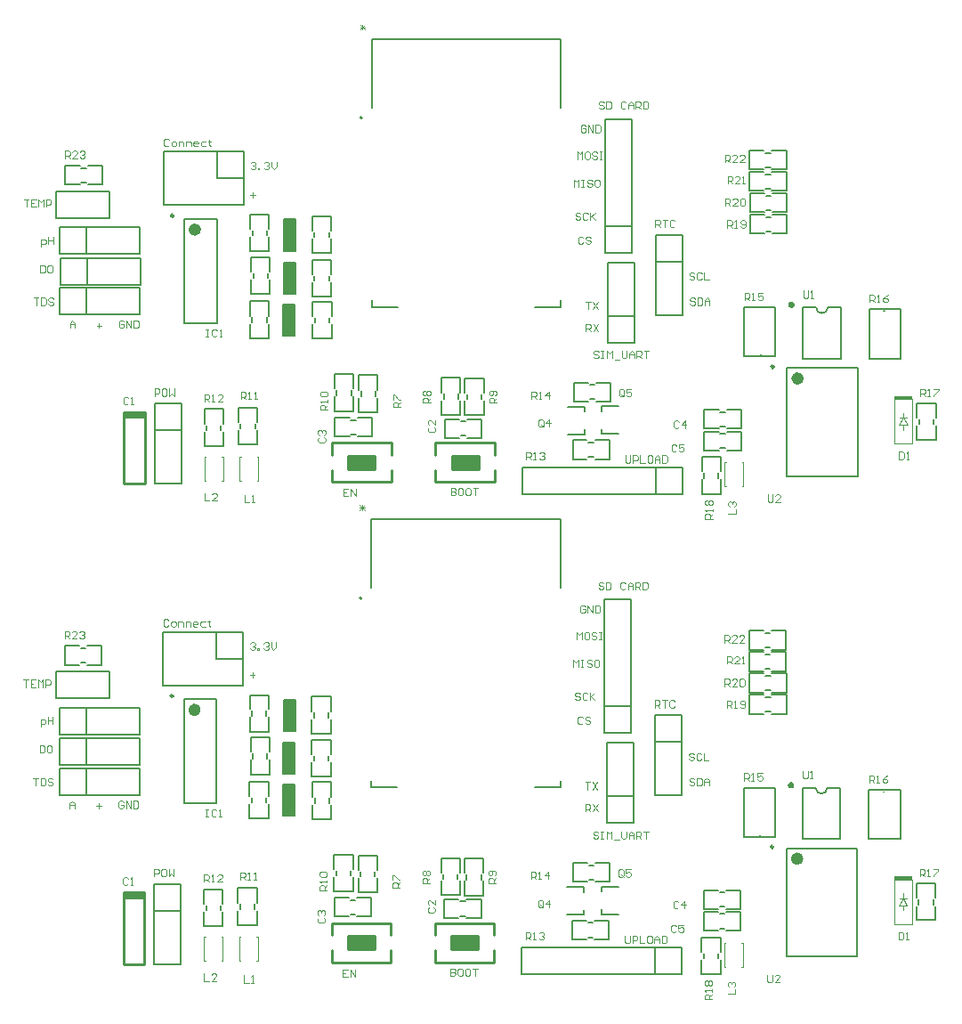
<source format=gto>
G04 Layer_Color=65535*
%FSTAX24Y24*%
%MOIN*%
G70*
G01*
G75*
%ADD40C,0.0079*%
%ADD41C,0.0098*%
%ADD42C,0.0236*%
%ADD43C,0.0070*%
%ADD44C,0.0050*%
%ADD45C,0.0040*%
%ADD46C,0.0100*%
%ADD47C,0.0039*%
%ADD48R,0.1000X0.0500*%
%ADD49R,0.0669X0.0118*%
G36*
X024208Y037924D02*
X023775D01*
Y039105D01*
X024208D01*
Y037924D01*
D02*
G37*
G36*
X024228Y03953D02*
X023795D01*
Y040711D01*
X024228D01*
Y03953D01*
D02*
G37*
G36*
X024193Y036357D02*
X02376D01*
Y037538D01*
X024193D01*
Y036357D01*
D02*
G37*
G36*
X042862Y037614D02*
X042895Y037581D01*
X042913Y037538D01*
Y037514D01*
Y037491D01*
X042895Y037447D01*
X042862Y037414D01*
X042819Y037396D01*
X042772D01*
X042728Y037414D01*
X042695Y037447D01*
X042677Y037491D01*
Y037514D01*
Y037538D01*
X042695Y037581D01*
X042728Y037614D01*
X042772Y037632D01*
X042819D01*
X042862Y037614D01*
D02*
G37*
G36*
X024224Y055904D02*
X023791D01*
Y057085D01*
X024224D01*
Y055904D01*
D02*
G37*
G36*
X024244Y05751D02*
X023811D01*
Y058691D01*
X024244D01*
Y05751D01*
D02*
G37*
G36*
X024208Y054337D02*
X023775D01*
Y055518D01*
X024208D01*
Y054337D01*
D02*
G37*
G36*
X042878Y055595D02*
X042911Y055561D01*
X042929Y055518D01*
Y055494D01*
Y055471D01*
X042911Y055427D01*
X042878Y055394D01*
X042834Y055376D01*
X042787D01*
X042744Y055394D01*
X042711Y055427D01*
X042693Y055471D01*
Y055494D01*
Y055518D01*
X042711Y055561D01*
X042744Y055595D01*
X042787Y055613D01*
X042834D01*
X042878Y055595D01*
D02*
G37*
D40*
X043736Y055396D02*
G03*
X044169Y055396I000217J0D01*
G01*
X026735Y062493D02*
G03*
X026735Y062493I-000039J0D01*
G01*
X04372Y037416D02*
G03*
X044153Y037416I000217J0D01*
G01*
X026719Y044512D02*
G03*
X026719Y044512I-000039J0D01*
G01*
X035831Y058439D02*
X03683D01*
X035831Y062439D02*
X03683D01*
Y057439D02*
Y062439D01*
X035831Y057439D02*
Y062439D01*
Y057439D02*
X03683D01*
X03772Y055118D02*
Y058118D01*
Y055118D02*
X03872D01*
Y058118D01*
X03772D02*
X03872D01*
X03772Y057118D02*
X03872D01*
X036925Y054081D02*
Y057081D01*
X035925D02*
X036925D01*
X035925Y054081D02*
Y057081D01*
Y054081D02*
X036925D01*
X035925Y055081D02*
X036925D01*
X018953Y048798D02*
Y051798D01*
Y048798D02*
X019953D01*
Y051798D01*
X018953D02*
X019953D01*
X018953Y050798D02*
X019953D01*
X035067Y050652D02*
Y050829D01*
Y051498D02*
Y051676D01*
X034427D02*
X035067D01*
X034427Y050652D02*
X035067D01*
X037724Y048404D02*
Y049404D01*
X032724D02*
X038724D01*
X032724Y048404D02*
X038724D01*
Y049404D01*
X032724Y048404D02*
Y049404D01*
X019291Y061231D02*
X022291D01*
X019291Y059231D02*
Y061231D01*
Y059231D02*
X022291D01*
Y061231D01*
X021291Y060231D02*
X022291D01*
X021291D02*
Y061231D01*
X015283Y059738D02*
X017283D01*
X015283Y058738D02*
Y059738D01*
Y058738D02*
X017283D01*
Y059738D01*
X015401Y055132D02*
X018401D01*
Y056132D01*
X015401D02*
X018401D01*
X015401Y055132D02*
Y056132D01*
X016401Y055132D02*
Y056132D01*
X015413Y057396D02*
X018413D01*
Y058396D01*
X015413D02*
X018413D01*
X015413Y057396D02*
Y058396D01*
X016413Y057396D02*
Y058396D01*
X04751Y051815D02*
X04822D01*
X04751Y05127D02*
Y051815D01*
X04822Y05127D02*
Y051815D01*
Y050437D02*
Y050965D01*
X04751Y050437D02*
X04822D01*
X04751D02*
Y050965D01*
X042626Y060564D02*
Y061274D01*
X042081D02*
X042626D01*
X042081Y060564D02*
X042626D01*
X041248D02*
X041776D01*
X041248D02*
Y061274D01*
X041776D01*
X042626Y059764D02*
Y060474D01*
X042081D02*
X042626D01*
X042081Y059764D02*
X042626D01*
X041248D02*
X041776D01*
X041248D02*
Y060474D01*
X041776D01*
X042643Y058961D02*
Y059671D01*
X042099D02*
X042643D01*
X042099Y058961D02*
X042643D01*
X041266D02*
X041794D01*
X041266D02*
Y059671D01*
X041794D01*
X042642Y058162D02*
Y058872D01*
X042097D02*
X042642D01*
X042097Y058162D02*
X042642D01*
X041264D02*
X041792D01*
X041264D02*
Y058872D01*
X041792D01*
X040395Y051562D02*
X040924D01*
X039544D02*
X04009D01*
X039544Y050862D02*
X04009D01*
X040395D02*
X040924D01*
X039544D02*
Y051562D01*
X040924Y050862D02*
Y051562D01*
X040395Y050751D02*
X040924D01*
X039544D02*
X04009D01*
X039544Y050051D02*
X04009D01*
X040395D02*
X040924D01*
X039544D02*
Y050751D01*
X040924Y050051D02*
Y050751D01*
X039461Y048418D02*
X040171D01*
Y048962D01*
X039461Y048418D02*
Y048962D01*
Y049268D02*
Y049796D01*
X040171D01*
Y049268D02*
Y049796D01*
X035708Y051514D02*
Y051691D01*
Y050668D02*
Y050845D01*
Y050668D02*
X036348D01*
X035708Y051691D02*
X036348D01*
X034657Y052583D02*
X035186D01*
X034657Y051873D02*
Y052583D01*
Y051873D02*
X035186D01*
X035491D02*
X036035D01*
X035491Y052583D02*
X036035D01*
Y051873D02*
Y052583D01*
X034622Y050426D02*
X03515D01*
X034622Y049716D02*
Y050426D01*
Y049716D02*
X03515D01*
X035455D02*
X036D01*
X035455Y050426D02*
X036D01*
Y049716D02*
Y050426D01*
X031289Y052214D02*
Y052742D01*
X030579D02*
X031289D01*
X030579Y052214D02*
Y052742D01*
Y051364D02*
Y051909D01*
X031289Y051364D02*
Y051909D01*
X030579Y051364D02*
X031289D01*
X029829Y050514D02*
Y051214D01*
X031209Y050514D02*
Y051214D01*
X029829D02*
X030359D01*
X030664D02*
X031209D01*
X030664Y050514D02*
X031209D01*
X029829D02*
X030359D01*
X029702Y05138D02*
Y051908D01*
Y05138D02*
X030412D01*
Y051908D01*
Y052214D02*
Y052758D01*
X029702Y052214D02*
Y052758D01*
X030412D01*
X026608Y051483D02*
Y052011D01*
Y051483D02*
X027318D01*
Y052011D01*
Y052316D02*
Y052861D01*
X026608Y052316D02*
Y052861D01*
X027318D01*
X026407Y052364D02*
Y052892D01*
X025697D02*
X026407D01*
X025697Y052364D02*
Y052892D01*
Y051514D02*
Y052059D01*
X026407Y051514D02*
Y052059D01*
X025697Y051514D02*
X026407D01*
X027091Y05057D02*
Y05127D01*
X025711Y05057D02*
Y05127D01*
X026562Y05057D02*
X027091D01*
X025711D02*
X026257D01*
X025711Y05127D02*
X026257D01*
X026562D02*
X027091D01*
X024864Y057427D02*
Y057956D01*
Y057427D02*
X025574D01*
Y057956D01*
Y058261D02*
Y058805D01*
X024864Y058261D02*
Y058805D01*
X025574D01*
X024864Y055809D02*
Y056338D01*
Y055809D02*
X025574D01*
Y056338D01*
Y056643D02*
Y057187D01*
X024864Y056643D02*
Y057187D01*
X025574D01*
X024884Y054231D02*
Y054759D01*
Y054231D02*
X025594D01*
Y054759D01*
Y055064D02*
Y055609D01*
X024884Y055064D02*
Y055609D01*
X025594D01*
X023281Y056746D02*
Y057274D01*
X022571D02*
X023281D01*
X022571Y056746D02*
Y057274D01*
Y055896D02*
Y056441D01*
X023281Y055896D02*
Y056441D01*
X022571Y055896D02*
X023281D01*
X022529Y054246D02*
Y054775D01*
Y054246D02*
X023239D01*
Y054775D01*
Y05508D02*
Y055624D01*
X022529Y05508D02*
Y055624D01*
X023239D01*
X02325Y05834D02*
Y058868D01*
X02254D02*
X02325D01*
X02254Y05834D02*
Y058868D01*
Y05749D02*
Y058035D01*
X02325Y05749D02*
Y058035D01*
X02254Y05749D02*
X02325D01*
X022096Y050266D02*
Y050794D01*
Y050266D02*
X022806D01*
Y050794D01*
Y051099D02*
Y051644D01*
X022096Y051099D02*
Y051644D01*
X022806D01*
X020825Y050211D02*
Y050739D01*
Y050211D02*
X021535D01*
Y050739D01*
Y051044D02*
Y051589D01*
X020825Y051044D02*
Y051589D01*
X021535D01*
X01561Y059994D02*
Y060704D01*
Y059994D02*
X016155D01*
X01561Y060704D02*
X016155D01*
X01646D02*
X016988D01*
Y059994D02*
Y060704D01*
X01646Y059994D02*
X016988D01*
X015421Y056254D02*
X018421D01*
Y057254D01*
X015421D02*
X018421D01*
X015421Y056254D02*
Y057254D01*
X016421Y056254D02*
Y057254D01*
X044169Y055396D02*
X044661D01*
X043244D02*
X043736D01*
X044661Y053471D02*
Y055396D01*
X043244Y053471D02*
X044661D01*
X043244D02*
Y055396D01*
X023791Y057085D02*
X024224D01*
X023791Y055904D02*
Y057085D01*
Y055904D02*
X024224D01*
Y057085D01*
X023811Y058691D02*
X024244D01*
X023811Y05751D02*
Y058691D01*
Y05751D02*
X024244D01*
Y058691D01*
X023775Y055518D02*
X024208D01*
X023775Y054337D02*
Y055518D01*
Y054337D02*
X024208D01*
Y055518D01*
X042649Y049077D02*
Y053132D01*
X045287Y049077D02*
Y053132D01*
X042649D02*
X045287D01*
X042649Y049077D02*
X045287D01*
X020075Y054805D02*
Y058703D01*
X021295Y054805D02*
Y058703D01*
X020075D02*
X021295D01*
X020075Y054805D02*
X021295D01*
X018937Y032817D02*
X019937D01*
X018937Y033817D02*
X019937D01*
Y030817D02*
Y033817D01*
X018937Y030817D02*
X019937D01*
X018937D02*
Y033817D01*
X024228Y03953D02*
Y040711D01*
X023795Y03953D02*
X024228D01*
X023795D02*
Y040711D01*
X024228D01*
X024208Y037924D02*
Y039105D01*
X023775Y037924D02*
X024208D01*
X023775D02*
Y039105D01*
X024208D01*
X024193Y036357D02*
Y037538D01*
X02376Y036357D02*
X024193D01*
X02376D02*
Y037538D01*
X024193D01*
X034411Y032672D02*
X035051D01*
X034411Y033695D02*
X035051D01*
Y033518D02*
Y033695D01*
Y032672D02*
Y032849D01*
X035693Y033711D02*
X036332D01*
X035693Y032687D02*
X036332D01*
X035693D02*
Y032864D01*
Y033534D02*
Y033711D01*
X024848Y040825D02*
X025558D01*
X024848Y040281D02*
Y040825D01*
X025558Y040281D02*
Y040825D01*
Y039447D02*
Y039975D01*
X024848Y039447D02*
X025558D01*
X024848D02*
Y039975D01*
X025682Y033534D02*
X026392D01*
Y034078D01*
X025682Y033534D02*
Y034078D01*
Y034383D02*
Y034912D01*
X026392D01*
Y034383D02*
Y034912D01*
X02208Y033664D02*
X02279D01*
X02208Y033119D02*
Y033664D01*
X02279Y033119D02*
Y033664D01*
Y032286D02*
Y032814D01*
X02208Y032286D02*
X02279D01*
X02208D02*
Y032814D01*
X020809Y033609D02*
X021519D01*
X020809Y033064D02*
Y033609D01*
X021519Y033064D02*
Y033609D01*
Y032231D02*
Y032759D01*
X020809Y032231D02*
X021519D01*
X020809D02*
Y032759D01*
X035984Y031735D02*
Y032445D01*
X035439D02*
X035984D01*
X035439Y031735D02*
X035984D01*
X034606D02*
X035134D01*
X034606D02*
Y032445D01*
X035134D01*
X036019Y033893D02*
Y034603D01*
X035475D02*
X036019D01*
X035475Y033893D02*
X036019D01*
X034642D02*
X03517D01*
X034642D02*
Y034603D01*
X03517D01*
X047494Y032457D02*
Y032985D01*
Y032457D02*
X048204D01*
Y032985D01*
Y03329D02*
Y033835D01*
X047494Y03329D02*
Y033835D01*
X048204D01*
X040155Y031287D02*
Y031816D01*
X039445D02*
X040155D01*
X039445Y031287D02*
Y031816D01*
Y030438D02*
Y030982D01*
X040155Y030438D02*
Y030982D01*
X039445Y030438D02*
X040155D01*
X041248Y040892D02*
X041776D01*
X041248Y040182D02*
Y040892D01*
Y040182D02*
X041776D01*
X042081D02*
X042626D01*
X042081Y040892D02*
X042626D01*
Y040182D02*
Y040892D01*
X022524Y03951D02*
X023234D01*
Y040055D01*
X022524Y03951D02*
Y040055D01*
Y04036D02*
Y040888D01*
X023234D01*
Y04036D02*
Y040888D01*
X04125Y041691D02*
X041778D01*
X04125Y040981D02*
Y041691D01*
Y040981D02*
X041778D01*
X042083D02*
X042628D01*
X042083Y041691D02*
X042628D01*
Y040981D02*
Y041691D01*
X041232Y042494D02*
X041761D01*
X041232Y041784D02*
Y042494D01*
Y041784D02*
X041761D01*
X042066D02*
X04261D01*
X042066Y042494D02*
X04261D01*
Y041784D02*
Y042494D01*
X041232Y043293D02*
X041761D01*
X041232Y042583D02*
Y043293D01*
Y042583D02*
X041761D01*
X042066D02*
X04261D01*
X042066Y043293D02*
X04261D01*
Y042583D02*
Y043293D01*
X016444Y042014D02*
X016972D01*
Y042724D01*
X016444D02*
X016972D01*
X015594D02*
X016139D01*
X015594Y042014D02*
X016139D01*
X015594D02*
Y042724D01*
X024848Y039207D02*
X025558D01*
X024848Y038662D02*
Y039207D01*
X025558Y038662D02*
Y039207D01*
Y037829D02*
Y038357D01*
X024848Y037829D02*
X025558D01*
X024848D02*
Y038357D01*
X022556Y037916D02*
X023266D01*
Y03846D01*
X022556Y037916D02*
Y03846D01*
Y038765D02*
Y039294D01*
X023266D01*
Y038765D02*
Y039294D01*
X024868Y037628D02*
X025578D01*
X024868Y037084D02*
Y037628D01*
X025578Y037084D02*
Y037628D01*
Y03625D02*
Y036779D01*
X024868Y03625D02*
X025578D01*
X024868D02*
Y036779D01*
X022513Y037644D02*
X023223D01*
X022513Y037099D02*
Y037644D01*
X023223Y037099D02*
Y037644D01*
Y036266D02*
Y036794D01*
X022513Y036266D02*
X023223D01*
X022513D02*
Y036794D01*
X026592Y03488D02*
X027302D01*
X026592Y034336D02*
Y03488D01*
X027302Y034336D02*
Y03488D01*
Y033502D02*
Y034031D01*
X026592Y033502D02*
X027302D01*
X026592D02*
Y034031D01*
X029687Y034778D02*
X030397D01*
X029687Y034233D02*
Y034778D01*
X030397Y034233D02*
Y034778D01*
Y0334D02*
Y033928D01*
X029687Y0334D02*
X030397D01*
X029687D02*
Y033928D01*
X030563Y033384D02*
X031273D01*
Y033929D01*
X030563Y033384D02*
Y033929D01*
Y034234D02*
Y034762D01*
X031273D01*
Y034234D02*
Y034762D01*
X037705Y039138D02*
X038705D01*
X037705Y040138D02*
X038705D01*
Y037138D02*
Y040138D01*
X037705Y037138D02*
X038705D01*
X037705D02*
Y040138D01*
X035815Y039459D02*
X036815D01*
X035815D02*
Y044459D01*
X036815Y039459D02*
Y044459D01*
X035815D02*
X036815D01*
X035815Y040459D02*
X036815D01*
X035909Y037101D02*
X036909D01*
X035909Y036101D02*
X036909D01*
X035909D02*
Y039101D01*
X036909D01*
Y036101D02*
Y039101D01*
X016386Y037152D02*
Y038152D01*
X015386Y037152D02*
Y038152D01*
X018386D01*
Y037152D02*
Y038152D01*
X015386Y037152D02*
X018386D01*
X017268Y040758D02*
Y041758D01*
X015267Y040758D02*
X017268D01*
X015267D02*
Y041758D01*
X017268D01*
X043228Y03549D02*
Y037416D01*
Y03549D02*
X044645D01*
Y037416D01*
X043228D02*
X04372D01*
X044153D02*
X044645D01*
X042634Y031097D02*
X045271D01*
X042634Y035152D02*
X045271D01*
Y031097D02*
Y035152D01*
X042634Y031097D02*
Y035152D01*
X032708Y030424D02*
Y031424D01*
X038708Y030424D02*
Y031424D01*
X032708Y030424D02*
X038708D01*
X032708Y031424D02*
X038708D01*
X037708Y030424D02*
Y031424D01*
X029814Y032534D02*
X030343D01*
X030648D02*
X031194D01*
X030648Y033234D02*
X031194D01*
X029814D02*
X030343D01*
X031194Y032534D02*
Y033234D01*
X029814Y032534D02*
Y033234D01*
X026546Y033289D02*
X027076D01*
X025696D02*
X026241D01*
X025696Y032589D02*
X026241D01*
X026546D02*
X027076D01*
X025696D02*
Y033289D01*
X027076Y032589D02*
Y033289D01*
X040909Y032882D02*
Y033582D01*
X039529Y032882D02*
Y033582D01*
X040379Y032882D02*
X040909D01*
X039529D02*
X040074D01*
X039529Y033582D02*
X040074D01*
X040379D02*
X040909D01*
Y032071D02*
Y032771D01*
X039529Y032071D02*
Y032771D01*
X040379Y032071D02*
X040909D01*
X039529D02*
X040074D01*
X039529Y032771D02*
X040074D01*
X040379D02*
X040909D01*
X021275Y04225D02*
Y04325D01*
Y04225D02*
X022275D01*
Y04125D02*
Y04325D01*
X019275Y04125D02*
X022275D01*
X019275D02*
Y04325D01*
X022275D01*
X016405Y038274D02*
Y039274D01*
X015405Y038274D02*
Y039274D01*
X018405D01*
Y038274D02*
Y039274D01*
X015405Y038274D02*
X018405D01*
X020059Y036825D02*
X021279D01*
X020059Y040723D02*
X021279D01*
Y036825D02*
Y040723D01*
X020059Y036825D02*
Y040723D01*
X016397Y039416D02*
Y040416D01*
X015397Y039416D02*
Y040416D01*
X018397D01*
Y039416D02*
Y040416D01*
X015397Y039416D02*
X018397D01*
D41*
X042157Y053179D02*
G03*
X042157Y053179I-000049J0D01*
G01*
X019671Y058829D02*
G03*
X019671Y058829I-000049J0D01*
G01*
X042142Y035199D02*
G03*
X042142Y035199I-000049J0D01*
G01*
X019655Y040849D02*
G03*
X019655Y040849I-000049J0D01*
G01*
D42*
X043161Y052738D02*
G03*
X043161Y052738I-000118J0D01*
G01*
X020586Y058309D02*
G03*
X020586Y058309I-000118J0D01*
G01*
X043145Y034758D02*
G03*
X043145Y034758I-000118J0D01*
G01*
X020571Y040329D02*
G03*
X020571Y040329I-000118J0D01*
G01*
D43*
X048136Y051034D02*
Y051214D01*
X047596Y051034D02*
Y051214D01*
X041845Y060648D02*
X042025D01*
X041845Y061188D02*
X042025D01*
X041845Y059848D02*
X042025D01*
X041845Y060388D02*
X042025D01*
X041863Y059045D02*
X042043D01*
X041863Y059585D02*
X042043D01*
X041861Y058246D02*
X042041D01*
X041861Y058786D02*
X042041D01*
X040146Y051481D02*
X040326D01*
X040146Y050941D02*
X040326D01*
X040146Y05067D02*
X040326D01*
X040146Y05013D02*
X040326D01*
X039545Y049018D02*
Y049198D01*
X040085Y049018D02*
Y049198D01*
X035255Y052497D02*
X035435D01*
X035255Y051957D02*
X035435D01*
X035219Y05034D02*
X035399D01*
X035219Y0498D02*
X035399D01*
X031203Y051965D02*
Y052145D01*
X030663Y051965D02*
Y052145D01*
X030428Y051136D02*
X030608D01*
X030428Y050596D02*
X030608D01*
X029789Y051978D02*
Y052158D01*
X030329Y051978D02*
Y052158D01*
X026694Y05208D02*
Y05226D01*
X027234Y05208D02*
Y05226D01*
X026321Y052115D02*
Y052295D01*
X025781Y052115D02*
Y052295D01*
X026313Y050648D02*
X026493D01*
X026313Y051188D02*
X026493D01*
X02495Y058025D02*
Y058205D01*
X02549Y058025D02*
Y058205D01*
X02495Y056407D02*
Y056587D01*
X02549Y056407D02*
Y056587D01*
X02497Y054828D02*
Y055008D01*
X02551Y054828D02*
Y055008D01*
X023195Y056497D02*
Y056677D01*
X022655Y056497D02*
Y056677D01*
X022615Y054844D02*
Y055024D01*
X023155Y054844D02*
Y055024D01*
X023164Y058091D02*
Y058271D01*
X022624Y058091D02*
Y058271D01*
X022182Y050863D02*
Y051043D01*
X022722Y050863D02*
Y051043D01*
X020911Y050808D02*
Y050988D01*
X021451Y050808D02*
Y050988D01*
X016211Y06062D02*
X016391D01*
X016211Y06008D02*
X016391D01*
X025474Y040044D02*
Y040224D01*
X024934Y040044D02*
Y040224D01*
X025766Y034134D02*
Y034314D01*
X026306Y034134D02*
Y034314D01*
X022706Y032883D02*
Y033063D01*
X022166Y032883D02*
Y033063D01*
X021435Y032828D02*
Y033008D01*
X020895Y032828D02*
Y033008D01*
X035203Y031819D02*
X035383D01*
X035203Y032359D02*
X035383D01*
X035239Y033977D02*
X035419D01*
X035239Y034517D02*
X035419D01*
X04758Y033054D02*
Y033234D01*
X04812Y033054D02*
Y033234D01*
X040069Y031038D02*
Y031218D01*
X039529Y031038D02*
Y031218D01*
X041845Y040806D02*
X042025D01*
X041845Y040266D02*
X042025D01*
X022608Y040111D02*
Y040291D01*
X023148Y040111D02*
Y040291D01*
X041847Y041605D02*
X042027D01*
X041847Y041065D02*
X042027D01*
X04183Y042408D02*
X04201D01*
X04183Y041868D02*
X04201D01*
X04183Y043207D02*
X04201D01*
X04183Y042667D02*
X04201D01*
X016195Y0421D02*
X016375D01*
X016195Y04264D02*
X016375D01*
X025474Y038426D02*
Y038606D01*
X024934Y038426D02*
Y038606D01*
X02264Y038516D02*
Y038696D01*
X02318Y038516D02*
Y038696D01*
X025494Y036848D02*
Y037028D01*
X024954Y036848D02*
Y037028D01*
X02314Y036863D02*
Y037043D01*
X0226Y036863D02*
Y037043D01*
X027218Y0341D02*
Y03428D01*
X026678Y0341D02*
Y03428D01*
X030313Y033997D02*
Y034177D01*
X029773Y033997D02*
Y034177D01*
X030647Y033985D02*
Y034165D01*
X031187Y033985D02*
Y034165D01*
X030412Y032615D02*
X030592D01*
X030412Y033156D02*
X030592D01*
X026297Y033208D02*
X026477D01*
X026297Y032668D02*
X026477D01*
X04013Y032961D02*
X04031D01*
X04013Y033501D02*
X04031D01*
X04013Y03215D02*
X04031D01*
X04013Y03269D02*
X04031D01*
D44*
X045728Y053485D02*
Y055325D01*
Y053485D02*
X046908D01*
Y055325D01*
X046035D02*
X046908D01*
X04583D02*
X045933D01*
X046283Y055255D02*
X046288D01*
X045728Y055325D02*
X04583D01*
X045933D02*
X046035D01*
X042218Y053557D02*
Y055397D01*
X041038D02*
X042218D01*
X041038Y053557D02*
Y055397D01*
Y053557D02*
X04191D01*
X042012D02*
X042116D01*
X041658Y053627D02*
X041663D01*
X042116Y053557D02*
X042218D01*
X04191D02*
X042012D01*
X02709Y055406D02*
Y055662D01*
Y055406D02*
X028054D01*
X033212D02*
X034176D01*
Y055662D01*
X02709Y062886D02*
Y065445D01*
X034176D01*
Y062886D02*
Y065445D01*
X041894Y035577D02*
X041996D01*
X0421D02*
X042202D01*
X041642Y035647D02*
X041647D01*
X041996Y035577D02*
X0421D01*
X041022D02*
X041894D01*
X041022D02*
Y037417D01*
X042202D01*
Y035577D02*
Y037417D01*
X045918Y037345D02*
X046019D01*
X045712D02*
X045814D01*
X046267Y037275D02*
X046272D01*
X045814Y037345D02*
X045918D01*
X046019D02*
X046892D01*
Y035505D02*
Y037345D01*
X045712Y035505D02*
X046892D01*
X045712D02*
Y037345D01*
X03416Y044906D02*
Y047465D01*
X027074D02*
X03416D01*
X027074Y044906D02*
Y047465D01*
X03416Y037426D02*
Y037682D01*
X033196Y037426D02*
X03416D01*
X027074D02*
X028038D01*
X027074D02*
Y037682D01*
D45*
X040303Y049589D02*
X040353D01*
X040303Y048689D02*
Y049589D01*
Y048689D02*
X040353D01*
X040953Y049589D02*
X041003D01*
Y048689D02*
Y049589D01*
X040953Y048689D02*
X041003D01*
X02215Y049804D02*
X0222D01*
X02215Y048904D02*
Y049804D01*
Y048904D02*
X0222D01*
X0228Y049804D02*
X02285D01*
Y048904D02*
Y049804D01*
X0228Y048904D02*
X02285D01*
X020823Y049808D02*
X020873D01*
X020823Y048908D02*
Y049808D01*
Y048908D02*
X020873D01*
X021473Y049808D02*
X021523D01*
Y048908D02*
Y049808D01*
X021473Y048908D02*
X021523D01*
X022784Y030924D02*
X022834D01*
Y031824D01*
X022784D02*
X022834D01*
X022134Y030924D02*
X022184D01*
X022134D02*
Y031824D01*
X022184D01*
X021457Y030927D02*
X021507D01*
Y031827D01*
X021457D02*
X021507D01*
X020807Y030927D02*
X020857D01*
X020807D02*
Y031827D01*
X020857D01*
X040938Y030709D02*
X040988D01*
Y031609D01*
X040938D02*
X040988D01*
X040288Y030709D02*
X040338D01*
X040288D02*
Y031609D01*
X040338D01*
D46*
X031696Y048867D02*
Y049317D01*
Y049877D02*
Y050327D01*
X030086Y049347D02*
Y049847D01*
Y049347D02*
X031086D01*
Y049847D01*
X030086D02*
X031086D01*
X029476Y050327D02*
X031696D01*
X029476Y048867D02*
X031696D01*
X029476D02*
Y049317D01*
Y049877D02*
Y050327D01*
X025606Y049877D02*
Y050327D01*
Y048867D02*
Y049317D01*
X027216Y049347D02*
Y049847D01*
X026216D02*
X027216D01*
X026216Y049347D02*
Y049847D01*
Y049347D02*
X027216D01*
X025606Y048867D02*
X027826D01*
X025606Y050327D02*
X027826D01*
Y049877D02*
Y050327D01*
Y048867D02*
Y049317D01*
X017811Y05147D02*
X018598D01*
X017811Y05138D02*
X018598D01*
X017811Y0513D02*
X018598D01*
X017811Y0488D02*
Y05145D01*
Y0488D02*
X018598D01*
Y05145D01*
X029461Y031896D02*
Y032346D01*
Y030886D02*
Y031336D01*
Y030886D02*
X031681D01*
X029461Y032346D02*
X031681D01*
X030071Y031866D02*
X031071D01*
Y031366D02*
Y031866D01*
X030071Y031366D02*
X031071D01*
X030071D02*
Y031866D01*
X031681Y031896D02*
Y032346D01*
Y030886D02*
Y031336D01*
X018582Y030819D02*
Y033469D01*
X017795Y030819D02*
X018582D01*
X017795D02*
Y033469D01*
Y033319D02*
X018582D01*
X017795Y033399D02*
X018582D01*
X017795Y033489D02*
X018582D01*
X027811Y030886D02*
Y031336D01*
Y031896D02*
Y032346D01*
X025591D02*
X027811D01*
X025591Y030886D02*
X027811D01*
X026201Y031366D02*
X027201D01*
X026201D02*
Y031866D01*
X027201D01*
Y031366D02*
Y031866D01*
X025591Y030886D02*
Y031336D01*
Y031896D02*
Y032346D01*
D47*
X046673Y050292D02*
Y051965D01*
X047342D01*
Y050292D02*
Y051965D01*
X046673Y050292D02*
X047342D01*
X047008Y051266D02*
X047165Y05099D01*
X04685D02*
X047008Y051266D01*
X04685Y05099D02*
X047165D01*
X047008Y050813D02*
Y05099D01*
X04687Y051266D02*
X047145D01*
X047008D02*
Y051443D01*
X046992Y033286D02*
Y033463D01*
X046854Y033286D02*
X04713D01*
X046992Y032833D02*
Y03301D01*
X046834D02*
X047149D01*
X046834D02*
X046992Y033286D01*
X047149Y03301D01*
X046657Y032311D02*
X047327D01*
Y033985D01*
X046657D02*
X047327D01*
X046657Y032311D02*
Y033985D01*
X035786Y063055D02*
X03574Y063101D01*
X035648D01*
X035602Y063055D01*
Y063009D01*
X035648Y062963D01*
X03574D01*
X035786Y062917D01*
Y062871D01*
X03574Y062825D01*
X035648D01*
X035602Y062871D01*
X035878Y063101D02*
Y062825D01*
X036015D01*
X036061Y062871D01*
Y063055D01*
X036015Y063101D01*
X035878D01*
X036612Y063055D02*
X036566Y063101D01*
X036475D01*
X036429Y063055D01*
Y062871D01*
X036475Y062825D01*
X036566D01*
X036612Y062871D01*
X036704Y062825D02*
Y063009D01*
X036796Y063101D01*
X036888Y063009D01*
Y062825D01*
Y062963D01*
X036704D01*
X03698Y062825D02*
Y063101D01*
X037117D01*
X037163Y063055D01*
Y062963D01*
X037117Y062917D01*
X03698D01*
X037071D02*
X037163Y062825D01*
X037255Y063101D02*
Y062825D01*
X037393D01*
X037439Y062871D01*
Y063055D01*
X037393Y063101D01*
X037255D01*
X037716Y0584D02*
Y058676D01*
X037854D01*
X037899Y05863D01*
Y058538D01*
X037854Y058492D01*
X037716D01*
X037808D02*
X037899Y0584D01*
X037991Y058676D02*
X038175D01*
X038083D01*
Y0584D01*
X03845Y05863D02*
X038405Y058676D01*
X038313D01*
X038267Y05863D01*
Y058446D01*
X038313Y0584D01*
X038405D01*
X03845Y058446D01*
X035589Y053722D02*
X035543Y053768D01*
X035451D01*
X035406Y053722D01*
Y053676D01*
X035451Y05363D01*
X035543D01*
X035589Y053584D01*
Y053538D01*
X035543Y053492D01*
X035451D01*
X035406Y053538D01*
X035681Y053768D02*
X035773D01*
X035727D01*
Y053492D01*
X035681D01*
X035773D01*
X035911D02*
Y053768D01*
X036002Y053676D01*
X036094Y053768D01*
Y053492D01*
X036186Y053446D02*
X03637D01*
X036462Y053768D02*
Y053538D01*
X036508Y053492D01*
X036599D01*
X036645Y053538D01*
Y053768D01*
X036737Y053492D02*
Y053676D01*
X036829Y053768D01*
X036921Y053676D01*
Y053492D01*
Y05363D01*
X036737D01*
X037013Y053492D02*
Y053768D01*
X03715D01*
X037196Y053722D01*
Y05363D01*
X03715Y053584D01*
X037013D01*
X037104D02*
X037196Y053492D01*
X037288Y053768D02*
X037472D01*
X03738D01*
Y053492D01*
X018956Y05208D02*
Y052356D01*
X019094D01*
X019139Y05231D01*
Y052218D01*
X019094Y052172D01*
X018956D01*
X019369Y052356D02*
X019277D01*
X019231Y05231D01*
Y052126D01*
X019277Y05208D01*
X019369D01*
X019415Y052126D01*
Y05231D01*
X019369Y052356D01*
X019507D02*
Y05208D01*
X019599Y052172D01*
X01969Y05208D01*
Y052356D01*
X033522Y050969D02*
Y051153D01*
X033476Y051199D01*
X033384D01*
X033338Y051153D01*
Y050969D01*
X033384Y050924D01*
X033476D01*
X03343Y051015D02*
X033522Y050924D01*
X033476D02*
X033522Y050969D01*
X033752Y050924D02*
Y051199D01*
X033614Y051061D01*
X033798D01*
X036598Y049858D02*
Y049629D01*
X036644Y049583D01*
X036736D01*
X036782Y049629D01*
Y049858D01*
X036874Y049583D02*
Y049858D01*
X037012D01*
X037058Y049812D01*
Y04972D01*
X037012Y049675D01*
X036874D01*
X037149Y049858D02*
Y049583D01*
X037333D01*
X037563Y049858D02*
X037471D01*
X037425Y049812D01*
Y049629D01*
X037471Y049583D01*
X037563D01*
X037609Y049629D01*
Y049812D01*
X037563Y049858D01*
X0377Y049583D02*
Y049766D01*
X037792Y049858D01*
X037884Y049766D01*
Y049583D01*
Y04972D01*
X0377D01*
X037976Y049858D02*
Y049583D01*
X038114D01*
X03816Y049629D01*
Y049812D01*
X038114Y049858D01*
X037976D01*
X019498Y061661D02*
X019453Y061707D01*
X019361D01*
X019315Y061661D01*
Y061477D01*
X019361Y061431D01*
X019453D01*
X019498Y061477D01*
X019636Y061431D02*
X019728D01*
X019774Y061477D01*
Y061569D01*
X019728Y061615D01*
X019636D01*
X01959Y061569D01*
Y061477D01*
X019636Y061431D01*
X019866D02*
Y061615D01*
X020003D01*
X020049Y061569D01*
Y061431D01*
X020141D02*
Y061615D01*
X020279D01*
X020325Y061569D01*
Y061431D01*
X020555D02*
X020463D01*
X020417Y061477D01*
Y061569D01*
X020463Y061615D01*
X020555D01*
X0206Y061569D01*
Y061523D01*
X020417D01*
X020876Y061615D02*
X020738D01*
X020692Y061569D01*
Y061477D01*
X020738Y061431D01*
X020876D01*
X021014Y061661D02*
Y061615D01*
X020968D01*
X02106D01*
X021014D01*
Y061477D01*
X02106Y061431D01*
X014063Y059437D02*
X014247D01*
X014155D01*
Y059161D01*
X014522Y059437D02*
X014338D01*
Y059161D01*
X014522D01*
X014338Y059299D02*
X01443D01*
X014614Y059161D02*
Y059437D01*
X014706Y059345D01*
X014798Y059437D01*
Y059161D01*
X01489D02*
Y059437D01*
X015027D01*
X015073Y059391D01*
Y059299D01*
X015027Y059253D01*
X01489D01*
X014433Y055758D02*
X014617D01*
X014525D01*
Y055483D01*
X014708Y055758D02*
Y055483D01*
X014846D01*
X014892Y055529D01*
Y055712D01*
X014846Y055758D01*
X014708D01*
X015168Y055712D02*
X015122Y055758D01*
X01503D01*
X014984Y055712D01*
Y055666D01*
X01503Y05562D01*
X015122D01*
X015168Y055574D01*
Y055529D01*
X015122Y055483D01*
X01503D01*
X014984Y055529D01*
X014705Y057678D02*
Y057954D01*
X014842D01*
X014888Y057908D01*
Y057816D01*
X014842Y05777D01*
X014705D01*
X01498Y058045D02*
Y05777D01*
Y057908D01*
X015164D01*
Y058045D01*
Y05777D01*
X047638Y052071D02*
Y052346D01*
X047776D01*
X047821Y0523D01*
Y052209D01*
X047776Y052163D01*
X047638D01*
X04773D02*
X047821Y052071D01*
X047913D02*
X048005D01*
X047959D01*
Y052346D01*
X047913Y0523D01*
X048143Y052346D02*
X048327D01*
Y0523D01*
X048143Y052117D01*
Y052071D01*
X045746Y05559D02*
Y055866D01*
X045883D01*
X045929Y05582D01*
Y055728D01*
X045883Y055682D01*
X045746D01*
X045838D02*
X045929Y05559D01*
X046021D02*
X046113D01*
X046067D01*
Y055866D01*
X046021Y05582D01*
X046434Y055866D02*
X046343Y05582D01*
X046251Y055728D01*
Y055636D01*
X046297Y05559D01*
X046389D01*
X046434Y055636D01*
Y055682D01*
X046389Y055728D01*
X046251D01*
X040323Y060827D02*
Y061102D01*
X040461D01*
X040507Y061056D01*
Y060965D01*
X040461Y060919D01*
X040323D01*
X040415D02*
X040507Y060827D01*
X040782D02*
X040598D01*
X040782Y06101D01*
Y061056D01*
X040736Y061102D01*
X040644D01*
X040598Y061056D01*
X041058Y060827D02*
X040874D01*
X041058Y06101D01*
Y061056D01*
X041012Y061102D01*
X04092D01*
X040874Y061056D01*
X040421Y060035D02*
Y060311D01*
X040559D01*
X040605Y060265D01*
Y060173D01*
X040559Y060127D01*
X040421D01*
X040513D02*
X040605Y060035D01*
X04088D02*
X040697D01*
X04088Y060219D01*
Y060265D01*
X040835Y060311D01*
X040743D01*
X040697Y060265D01*
X040972Y060035D02*
X041064D01*
X041018D01*
Y060311D01*
X040972Y060265D01*
X040335Y059201D02*
Y059476D01*
X040472D01*
X040518Y05943D01*
Y059339D01*
X040472Y059293D01*
X040335D01*
X040426D02*
X040518Y059201D01*
X040794D02*
X04061D01*
X040794Y059384D01*
Y05943D01*
X040748Y059476D01*
X040656D01*
X04061Y05943D01*
X040886D02*
X040932Y059476D01*
X041023D01*
X041069Y05943D01*
Y059247D01*
X041023Y059201D01*
X040932D01*
X040886Y059247D01*
Y05943D01*
X040409Y058382D02*
Y058657D01*
X040547D01*
X040593Y058611D01*
Y05852D01*
X040547Y058474D01*
X040409D01*
X040501D02*
X040593Y058382D01*
X040685D02*
X040777D01*
X040731D01*
Y058657D01*
X040685Y058611D01*
X040915Y058428D02*
X04096Y058382D01*
X041052D01*
X041098Y058428D01*
Y058611D01*
X041052Y058657D01*
X04096D01*
X040915Y058611D01*
Y058566D01*
X04096Y05852D01*
X041098D01*
X041056Y05566D02*
Y055936D01*
X041193D01*
X041239Y05589D01*
Y055798D01*
X041193Y055752D01*
X041056D01*
X041148D02*
X041239Y05566D01*
X041331D02*
X041423D01*
X041377D01*
Y055936D01*
X041331Y05589D01*
X041744Y055936D02*
X041561D01*
Y055798D01*
X041653Y055844D01*
X041699D01*
X041744Y055798D01*
Y055706D01*
X041699Y05566D01*
X041607D01*
X041561Y055706D01*
X038597Y05111D02*
X038551Y051156D01*
X038459D01*
X038413Y05111D01*
Y050926D01*
X038459Y05088D01*
X038551D01*
X038597Y050926D01*
X038826Y05088D02*
Y051156D01*
X038689Y051018D01*
X038872D01*
X038506Y05022D02*
X03846Y050266D01*
X038369D01*
X038323Y05022D01*
Y050036D01*
X038369Y04999D01*
X03846D01*
X038506Y050036D01*
X038782Y050266D02*
X038598D01*
Y050128D01*
X03869Y050174D01*
X038736D01*
X038782Y050128D01*
Y050036D01*
X038736Y04999D01*
X038644D01*
X038598Y050036D01*
X040449Y047669D02*
X040724D01*
Y047853D01*
X040495Y047945D02*
X040449Y047991D01*
Y048083D01*
X040495Y048128D01*
X040541D01*
X040587Y048083D01*
Y048037D01*
Y048083D01*
X040633Y048128D01*
X040678D01*
X040724Y048083D01*
Y047991D01*
X040678Y047945D01*
X039854Y047484D02*
X039579D01*
Y047622D01*
X039625Y047668D01*
X039717D01*
X039762Y047622D01*
Y047484D01*
Y047576D02*
X039854Y047668D01*
Y04776D02*
Y047852D01*
Y047806D01*
X039579D01*
X039625Y04776D01*
Y047989D02*
X039579Y048035D01*
Y048127D01*
X039625Y048173D01*
X039671D01*
X039717Y048127D01*
X039762Y048173D01*
X039808D01*
X039854Y048127D01*
Y048035D01*
X039808Y047989D01*
X039762D01*
X039717Y048035D01*
X039671Y047989D01*
X039625D01*
X039717Y048035D02*
Y048127D01*
X036538Y052107D02*
Y052291D01*
X036492Y052337D01*
X0364D01*
X036354Y052291D01*
Y052107D01*
X0364Y052061D01*
X036492D01*
X036446Y052153D02*
X036538Y052061D01*
X036492D02*
X036538Y052107D01*
X036813Y052337D02*
X03663D01*
Y052199D01*
X036721Y052245D01*
X036767D01*
X036813Y052199D01*
Y052107D01*
X036767Y052061D01*
X036676D01*
X03663Y052107D01*
X033079Y051971D02*
Y052246D01*
X033216D01*
X033262Y0522D01*
Y052109D01*
X033216Y052063D01*
X033079D01*
X03317D02*
X033262Y051971D01*
X033354D02*
X033446D01*
X0334D01*
Y052246D01*
X033354Y0522D01*
X033721Y051971D02*
Y052246D01*
X033584Y052109D01*
X033767D01*
X032874Y049707D02*
Y049983D01*
X033012D01*
X033057Y049937D01*
Y049845D01*
X033012Y049799D01*
X032874D01*
X032966D02*
X033057Y049707D01*
X033149D02*
X033241D01*
X033195D01*
Y049983D01*
X033149Y049937D01*
X033379D02*
X033425Y049983D01*
X033517D01*
X033563Y049937D01*
Y049891D01*
X033517Y049845D01*
X033471D01*
X033517D01*
X033563Y049799D01*
Y049753D01*
X033517Y049707D01*
X033425D01*
X033379Y049753D01*
X031764Y051829D02*
X031488D01*
Y051967D01*
X031534Y052013D01*
X031626D01*
X031672Y051967D01*
Y051829D01*
Y051921D02*
X031764Y052013D01*
X031718Y052105D02*
X031764Y05215D01*
Y052242D01*
X031718Y052288D01*
X031534D01*
X031488Y052242D01*
Y05215D01*
X031534Y052105D01*
X03158D01*
X031626Y05215D01*
Y052288D01*
X029251Y05091D02*
X029205Y050864D01*
Y050773D01*
X029251Y050727D01*
X029434D01*
X02948Y050773D01*
Y050864D01*
X029434Y05091D01*
X02948Y051186D02*
Y051002D01*
X029296Y051186D01*
X029251D01*
X029205Y05114D01*
Y051048D01*
X029251Y051002D01*
X030059Y048634D02*
Y048358D01*
X030197D01*
X030243Y048404D01*
Y04845D01*
X030197Y048496D01*
X030059D01*
X030197D01*
X030243Y048542D01*
Y048588D01*
X030197Y048634D01*
X030059D01*
X030472D02*
X03038D01*
X030335Y048588D01*
Y048404D01*
X03038Y048358D01*
X030472D01*
X030518Y048404D01*
Y048588D01*
X030472Y048634D01*
X030748D02*
X030656D01*
X03061Y048588D01*
Y048404D01*
X030656Y048358D01*
X030748D01*
X030794Y048404D01*
Y048588D01*
X030748Y048634D01*
X030886D02*
X031069D01*
X030977D01*
Y048358D01*
X029287Y051829D02*
X029012D01*
Y051967D01*
X029058Y052013D01*
X029149D01*
X029195Y051967D01*
Y051829D01*
Y051921D02*
X029287Y052013D01*
X029058Y052105D02*
X029012Y05215D01*
Y052242D01*
X029058Y052288D01*
X029104D01*
X029149Y052242D01*
X029195Y052288D01*
X029241D01*
X029287Y052242D01*
Y05215D01*
X029241Y052105D01*
X029195D01*
X029149Y05215D01*
X029104Y052105D01*
X029058D01*
X029149Y05215D02*
Y052242D01*
X028165Y051668D02*
X02789D01*
Y051805D01*
X027936Y051851D01*
X028027D01*
X028073Y051805D01*
Y051668D01*
Y051759D02*
X028165Y051851D01*
X02789Y051943D02*
Y052127D01*
X027936D01*
X028119Y051943D01*
X028165D01*
X025433Y051561D02*
X025157D01*
Y051699D01*
X025203Y051745D01*
X025295D01*
X025341Y051699D01*
Y051561D01*
Y051653D02*
X025433Y051745D01*
Y051837D02*
Y051929D01*
Y051883D01*
X025157D01*
X025203Y051837D01*
Y052066D02*
X025157Y052112D01*
Y052204D01*
X025203Y05225D01*
X025387D01*
X025433Y052204D01*
Y052112D01*
X025387Y052066D01*
X025203D01*
X02513Y050527D02*
X025084Y050481D01*
Y050389D01*
X02513Y050343D01*
X025314D01*
X02536Y050389D01*
Y050481D01*
X025314Y050527D01*
X02513Y050619D02*
X025084Y050665D01*
Y050757D01*
X02513Y050803D01*
X025176D01*
X025222Y050757D01*
Y050711D01*
Y050757D01*
X025268Y050803D01*
X025314D01*
X02536Y050757D01*
Y050665D01*
X025314Y050619D01*
X026215Y048598D02*
X026031D01*
Y048323D01*
X026215D01*
X026031Y048461D02*
X026123D01*
X026307Y048323D02*
Y048598D01*
X026491Y048323D01*
Y048598D01*
X022193Y051955D02*
Y052231D01*
X02233D01*
X022376Y052185D01*
Y052093D01*
X02233Y052047D01*
X022193D01*
X022285D02*
X022376Y051955D01*
X022468D02*
X02256D01*
X022514D01*
Y052231D01*
X022468Y052185D01*
X022698Y051955D02*
X02279D01*
X022744D01*
Y052231D01*
X022698Y052185D01*
X022323Y048372D02*
Y048097D01*
X022506D01*
X022598D02*
X02269D01*
X022644D01*
Y048372D01*
X022598Y048326D01*
X020834Y048439D02*
Y048164D01*
X021018D01*
X021294D02*
X02111D01*
X021294Y048347D01*
Y048393D01*
X021248Y048439D01*
X021156D01*
X02111Y048393D01*
X020826Y05187D02*
Y052146D01*
X020963D01*
X021009Y0521D01*
Y052008D01*
X020963Y051962D01*
X020826D01*
X020918D02*
X021009Y05187D01*
X021101D02*
X021193D01*
X021147D01*
Y052146D01*
X021101Y0521D01*
X021514Y05187D02*
X021331D01*
X021514Y052054D01*
Y0521D01*
X021469Y052146D01*
X021377D01*
X021331Y0521D01*
X017979Y05199D02*
X017933Y052036D01*
X017842D01*
X017796Y05199D01*
Y051806D01*
X017842Y05176D01*
X017933D01*
X017979Y051806D01*
X018071Y05176D02*
X018163D01*
X018117D01*
Y052036D01*
X018071Y05199D01*
X015606Y06098D02*
Y061256D01*
X015743D01*
X015789Y06121D01*
Y061118D01*
X015743Y061072D01*
X015606D01*
X015698D02*
X015789Y06098D01*
X016065D02*
X015881D01*
X016065Y061164D01*
Y06121D01*
X016019Y061256D01*
X015927D01*
X015881Y06121D01*
X016157D02*
X016203Y061256D01*
X016294D01*
X01634Y06121D01*
Y061164D01*
X016294Y061118D01*
X016249D01*
X016294D01*
X01634Y061072D01*
Y061026D01*
X016294Y06098D01*
X016203D01*
X016157Y061026D01*
X014673Y056979D02*
Y056703D01*
X014811D01*
X014857Y056749D01*
Y056933D01*
X014811Y056979D01*
X014673D01*
X015086D02*
X014994D01*
X014949Y056933D01*
Y056749D01*
X014994Y056703D01*
X015086D01*
X015132Y056749D01*
Y056933D01*
X015086Y056979D01*
X046846Y049992D02*
Y049717D01*
X046984D01*
X04703Y049762D01*
Y049946D01*
X046984Y049992D01*
X046846D01*
X047122Y049717D02*
X047214D01*
X047168D01*
Y049992D01*
X047122Y049946D01*
X043256Y056026D02*
Y055796D01*
X043302Y05575D01*
X043393D01*
X043439Y055796D01*
Y056026D01*
X043531Y05575D02*
X043623D01*
X043577D01*
Y056026D01*
X043531Y05598D01*
X041933Y048396D02*
Y048166D01*
X041979Y04812D01*
X042071D01*
X042117Y048166D01*
Y048396D01*
X042392Y04812D02*
X042208D01*
X042392Y048304D01*
Y04835D01*
X042346Y048396D01*
X042254D01*
X042208Y04835D01*
X026656Y06598D02*
X026839Y065796D01*
X026656D02*
X026839Y06598D01*
X026656Y065888D02*
X026839D01*
X026748Y065796D02*
Y06598D01*
X020882Y054585D02*
X020974D01*
X020928D01*
Y054309D01*
X020882D01*
X020974D01*
X021295Y054539D02*
X021249Y054585D01*
X021157D01*
X021111Y054539D01*
Y054355D01*
X021157Y054309D01*
X021249D01*
X021295Y054355D01*
X021387Y054309D02*
X021479D01*
X021433D01*
Y054585D01*
X021387Y054539D01*
X034799Y060949D02*
Y061224D01*
X034891Y061132D01*
X034983Y061224D01*
Y060949D01*
X035212Y061224D02*
X035121D01*
X035075Y061178D01*
Y060995D01*
X035121Y060949D01*
X035212D01*
X035258Y060995D01*
Y061178D01*
X035212Y061224D01*
X035534Y061178D02*
X035488Y061224D01*
X035396D01*
X03535Y061178D01*
Y061132D01*
X035396Y061087D01*
X035488D01*
X035534Y061041D01*
Y060995D01*
X035488Y060949D01*
X035396D01*
X03535Y060995D01*
X035626Y061224D02*
X035718D01*
X035672D01*
Y060949D01*
X035626D01*
X035718D01*
X035105Y062182D02*
X035059Y062228D01*
X034967D01*
X034921Y062182D01*
Y061999D01*
X034967Y061953D01*
X035059D01*
X035105Y061999D01*
Y062091D01*
X035013D01*
X035197Y061953D02*
Y062228D01*
X03538Y061953D01*
Y062228D01*
X035472D02*
Y061953D01*
X03561D01*
X035656Y061999D01*
Y062182D01*
X03561Y062228D01*
X035472D01*
X034665Y059909D02*
Y060185D01*
X034757Y060093D01*
X034849Y060185D01*
Y059909D01*
X034941Y060185D02*
X035033D01*
X034987D01*
Y059909D01*
X034941D01*
X035033D01*
X035354Y060139D02*
X035308Y060185D01*
X035216D01*
X03517Y060139D01*
Y060093D01*
X035216Y060047D01*
X035308D01*
X035354Y060001D01*
Y059955D01*
X035308Y059909D01*
X035216D01*
X03517Y059955D01*
X035584Y060185D02*
X035492D01*
X035446Y060139D01*
Y059955D01*
X035492Y059909D01*
X035584D01*
X03563Y059955D01*
Y060139D01*
X035584Y060185D01*
X022559Y060793D02*
X022605Y060838D01*
X022697D01*
X022743Y060793D01*
Y060747D01*
X022697Y060701D01*
X022651D01*
X022697D01*
X022743Y060655D01*
Y060609D01*
X022697Y060563D01*
X022605D01*
X022559Y060609D01*
X022835Y060563D02*
Y060609D01*
X02288D01*
Y060563D01*
X022835D01*
X023064Y060793D02*
X02311Y060838D01*
X023202D01*
X023248Y060793D01*
Y060747D01*
X023202Y060701D01*
X023156D01*
X023202D01*
X023248Y060655D01*
Y060609D01*
X023202Y060563D01*
X02311D01*
X023064Y060609D01*
X02334Y060838D02*
Y060655D01*
X023431Y060563D01*
X023523Y060655D01*
Y060838D01*
X039199Y055718D02*
X039153Y055764D01*
X039062D01*
X039016Y055718D01*
Y055672D01*
X039062Y055626D01*
X039153D01*
X039199Y05558D01*
Y055534D01*
X039153Y055488D01*
X039062D01*
X039016Y055534D01*
X039291Y055764D02*
Y055488D01*
X039429D01*
X039475Y055534D01*
Y055718D01*
X039429Y055764D01*
X039291D01*
X039567Y055488D02*
Y055672D01*
X039659Y055764D01*
X03975Y055672D01*
Y055488D01*
Y055626D01*
X039567D01*
X034912Y058907D02*
X034866Y058953D01*
X034774D01*
X034728Y058907D01*
Y058861D01*
X034774Y058815D01*
X034866D01*
X034912Y058769D01*
Y058723D01*
X034866Y058677D01*
X034774D01*
X034728Y058723D01*
X035188Y058907D02*
X035142Y058953D01*
X03505D01*
X035004Y058907D01*
Y058723D01*
X03505Y058677D01*
X035142D01*
X035188Y058723D01*
X035279Y058953D02*
Y058677D01*
Y058769D01*
X035463Y058953D01*
X035325Y058815D01*
X035463Y058677D01*
X035018Y058005D02*
X034972Y058051D01*
X034881D01*
X034835Y058005D01*
Y057822D01*
X034881Y057776D01*
X034972D01*
X035018Y057822D01*
X035294Y058005D02*
X035248Y058051D01*
X035156D01*
X03511Y058005D01*
Y057959D01*
X035156Y057913D01*
X035248D01*
X035294Y057867D01*
Y057822D01*
X035248Y057776D01*
X035156D01*
X03511Y057822D01*
X035106Y05561D02*
X03529D01*
X035198D01*
Y055335D01*
X035382Y05561D02*
X035565Y055335D01*
Y05561D02*
X035382Y055335D01*
X03511Y054504D02*
Y054779D01*
X035248D01*
X035294Y054734D01*
Y054642D01*
X035248Y054596D01*
X03511D01*
X035202D02*
X035294Y054504D01*
X035386Y054779D02*
X035569Y054504D01*
Y054779D02*
X035386Y054504D01*
X016787Y05472D02*
X016971D01*
X016879Y054812D02*
Y054629D01*
X01781Y05486D02*
X017764Y054905D01*
X017672D01*
X017626Y05486D01*
Y054676D01*
X017672Y05463D01*
X017764D01*
X01781Y054676D01*
Y054768D01*
X017718D01*
X017901Y05463D02*
Y054905D01*
X018085Y05463D01*
Y054905D01*
X018177D02*
Y05463D01*
X018315D01*
X018361Y054676D01*
Y05486D01*
X018315Y054905D01*
X018177D01*
X03918Y056655D02*
X039134Y056701D01*
X039042D01*
X038996Y056655D01*
Y056609D01*
X039042Y056563D01*
X039134D01*
X03918Y056517D01*
Y056471D01*
X039134Y056425D01*
X039042D01*
X038996Y056471D01*
X039455Y056655D02*
X039409Y056701D01*
X039317D01*
X039272Y056655D01*
Y056471D01*
X039317Y056425D01*
X039409D01*
X039455Y056471D01*
X039547Y056701D02*
Y056425D01*
X039731D01*
X022551Y05961D02*
X022735D01*
X022643Y059702D02*
Y059518D01*
X015791Y054626D02*
Y05481D01*
X015883Y054901D01*
X015975Y05481D01*
Y054626D01*
Y054764D01*
X015791D01*
X0377Y04042D02*
Y040696D01*
X037838D01*
X037884Y04065D01*
Y040558D01*
X037838Y040512D01*
X0377D01*
X037792D02*
X037884Y04042D01*
X037975Y040696D02*
X038159D01*
X038067D01*
Y04042D01*
X038435Y04065D02*
X038389Y040696D01*
X038297D01*
X038251Y04065D01*
Y040466D01*
X038297Y04042D01*
X038389D01*
X038435Y040466D01*
X01894Y0341D02*
Y034376D01*
X019078D01*
X019124Y03433D01*
Y034238D01*
X019078Y034192D01*
X01894D01*
X019353Y034376D02*
X019261D01*
X019216Y03433D01*
Y034146D01*
X019261Y0341D01*
X019353D01*
X019399Y034146D01*
Y03433D01*
X019353Y034376D01*
X019491D02*
Y0341D01*
X019583Y034192D01*
X019675Y0341D01*
Y034376D01*
X036583Y031878D02*
Y031648D01*
X036629Y031602D01*
X03672D01*
X036766Y031648D01*
Y031878D01*
X036858Y031602D02*
Y031878D01*
X036996D01*
X037042Y031832D01*
Y03174D01*
X036996Y031694D01*
X036858D01*
X037134Y031878D02*
Y031602D01*
X037317D01*
X037547Y031878D02*
X037455D01*
X037409Y031832D01*
Y031648D01*
X037455Y031602D01*
X037547D01*
X037593Y031648D01*
Y031832D01*
X037547Y031878D01*
X037685Y031602D02*
Y031786D01*
X037777Y031878D01*
X037868Y031786D01*
Y031602D01*
Y03174D01*
X037685D01*
X03796Y031878D02*
Y031602D01*
X038098D01*
X038144Y031648D01*
Y031832D01*
X038098Y031878D01*
X03796D01*
X014417Y037778D02*
X014601D01*
X014509D01*
Y037502D01*
X014693Y037778D02*
Y037502D01*
X01483D01*
X014876Y037548D01*
Y037732D01*
X01483Y037778D01*
X014693D01*
X015152Y037732D02*
X015106Y037778D01*
X015014D01*
X014968Y037732D01*
Y037686D01*
X015014Y03764D01*
X015106D01*
X015152Y037594D01*
Y037548D01*
X015106Y037502D01*
X015014D01*
X014968Y037548D01*
X035573Y035741D02*
X035528Y035787D01*
X035436D01*
X03539Y035741D01*
Y035695D01*
X035436Y03565D01*
X035528D01*
X035573Y035604D01*
Y035558D01*
X035528Y035512D01*
X035436D01*
X03539Y035558D01*
X035665Y035787D02*
X035757D01*
X035711D01*
Y035512D01*
X035665D01*
X035757D01*
X035895D02*
Y035787D01*
X035987Y035695D01*
X036079Y035787D01*
Y035512D01*
X03617Y035466D02*
X036354D01*
X036446Y035787D02*
Y035558D01*
X036492Y035512D01*
X036584D01*
X03663Y035558D01*
Y035787D01*
X036721Y035512D02*
Y035695D01*
X036813Y035787D01*
X036905Y035695D01*
Y035512D01*
Y03565D01*
X036721D01*
X036997Y035512D02*
Y035787D01*
X037135D01*
X037181Y035741D01*
Y03565D01*
X037135Y035604D01*
X036997D01*
X037089D02*
X037181Y035512D01*
X037272Y035787D02*
X037456D01*
X037364D01*
Y035512D01*
X03577Y045074D02*
X035724Y04512D01*
X035632D01*
X035586Y045074D01*
Y045028D01*
X035632Y044983D01*
X035724D01*
X03577Y044937D01*
Y044891D01*
X035724Y044845D01*
X035632D01*
X035586Y044891D01*
X035862Y04512D02*
Y044845D01*
X036D01*
X036046Y044891D01*
Y045074D01*
X036Y04512D01*
X035862D01*
X036597Y045074D02*
X036551Y04512D01*
X036459D01*
X036413Y045074D01*
Y044891D01*
X036459Y044845D01*
X036551D01*
X036597Y044891D01*
X036688Y044845D02*
Y045028D01*
X03678Y04512D01*
X036872Y045028D01*
Y044845D01*
Y044983D01*
X036688D01*
X036964Y044845D02*
Y04512D01*
X037102D01*
X037148Y045074D01*
Y044983D01*
X037102Y044937D01*
X036964D01*
X037056D02*
X037148Y044845D01*
X037239Y04512D02*
Y044845D01*
X037377D01*
X037423Y044891D01*
Y045074D01*
X037377Y04512D01*
X037239D01*
X033063Y03399D02*
Y034266D01*
X033201D01*
X033246Y03422D01*
Y034128D01*
X033201Y034082D01*
X033063D01*
X033155D02*
X033246Y03399D01*
X033338D02*
X03343D01*
X033384D01*
Y034266D01*
X033338Y03422D01*
X033706Y03399D02*
Y034266D01*
X033568Y034128D01*
X033752D01*
X032858Y031727D02*
Y032002D01*
X032996D01*
X033042Y031956D01*
Y031864D01*
X032996Y031819D01*
X032858D01*
X03295D02*
X033042Y031727D01*
X033134D02*
X033225D01*
X033179D01*
Y032002D01*
X033134Y031956D01*
X033363D02*
X033409Y032002D01*
X033501D01*
X033547Y031956D01*
Y03191D01*
X033501Y031864D01*
X033455D01*
X033501D01*
X033547Y031819D01*
Y031773D01*
X033501Y031727D01*
X033409D01*
X033363Y031773D01*
X02081Y03389D02*
Y034165D01*
X020948D01*
X020994Y03412D01*
Y034028D01*
X020948Y033982D01*
X02081D01*
X020902D02*
X020994Y03389D01*
X021086D02*
X021177D01*
X021131D01*
Y034165D01*
X021086Y03412D01*
X021499Y03389D02*
X021315D01*
X021499Y034074D01*
Y03412D01*
X021453Y034165D01*
X021361D01*
X021315Y03412D01*
X022177Y033975D02*
Y03425D01*
X022315D01*
X022361Y034204D01*
Y034112D01*
X022315Y034067D01*
X022177D01*
X022269D02*
X022361Y033975D01*
X022452D02*
X022544D01*
X022498D01*
Y03425D01*
X022452Y034204D01*
X022682Y033975D02*
X022774D01*
X022728D01*
Y03425D01*
X022682Y034204D01*
X025417Y033581D02*
X025142D01*
Y033719D01*
X025188Y033765D01*
X025279D01*
X025325Y033719D01*
Y033581D01*
Y033673D02*
X025417Y033765D01*
Y033857D02*
Y033948D01*
Y033902D01*
X025142D01*
X025188Y033857D01*
Y034086D02*
X025142Y034132D01*
Y034224D01*
X025188Y03427D01*
X025371D01*
X025417Y034224D01*
Y034132D01*
X025371Y034086D01*
X025188D01*
X031748Y033849D02*
X031472D01*
Y033986D01*
X031518Y034032D01*
X03161D01*
X031656Y033986D01*
Y033849D01*
Y033941D02*
X031748Y034032D01*
X031702Y034124D02*
X031748Y03417D01*
Y034262D01*
X031702Y034308D01*
X031518D01*
X031472Y034262D01*
Y03417D01*
X031518Y034124D01*
X031564D01*
X03161Y03417D01*
Y034308D01*
X029271Y033849D02*
X028996D01*
Y033986D01*
X029042Y034032D01*
X029134D01*
X02918Y033986D01*
Y033849D01*
Y033941D02*
X029271Y034032D01*
X029042Y034124D02*
X028996Y03417D01*
Y034262D01*
X029042Y034308D01*
X029088D01*
X029134Y034262D01*
X02918Y034308D01*
X029226D01*
X029271Y034262D01*
Y03417D01*
X029226Y034124D01*
X02918D01*
X029134Y03417D01*
X029088Y034124D01*
X029042D01*
X029134Y03417D02*
Y034262D01*
X028149Y033687D02*
X027874D01*
Y033825D01*
X02792Y033871D01*
X028012D01*
X028058Y033825D01*
Y033687D01*
Y033779D02*
X028149Y033871D01*
X027874Y033963D02*
Y034146D01*
X02792D01*
X028103Y033963D01*
X028149D01*
X036522Y034127D02*
Y034311D01*
X036476Y034357D01*
X036384D01*
X036338Y034311D01*
Y034127D01*
X036384Y034081D01*
X036476D01*
X03643Y034173D02*
X036522Y034081D01*
X036476D02*
X036522Y034127D01*
X036798Y034357D02*
X036614D01*
Y034219D01*
X036706Y034265D01*
X036752D01*
X036798Y034219D01*
Y034127D01*
X036752Y034081D01*
X03666D01*
X036614Y034127D01*
X033506Y032989D02*
Y033173D01*
X03346Y033219D01*
X033369D01*
X033323Y033173D01*
Y032989D01*
X033369Y032943D01*
X03346D01*
X033414Y033035D02*
X033506Y032943D01*
X03346D02*
X033506Y032989D01*
X033736Y032943D02*
Y033219D01*
X033598Y033081D01*
X033782D01*
X014689Y039698D02*
Y039973D01*
X014827D01*
X014872Y039927D01*
Y039836D01*
X014827Y03979D01*
X014689D01*
X014964Y040065D02*
Y03979D01*
Y039927D01*
X015148D01*
Y040065D01*
Y03979D01*
X020819Y030459D02*
Y030183D01*
X021002D01*
X021278D02*
X021094D01*
X021278Y030367D01*
Y030413D01*
X021232Y030459D01*
X02114D01*
X021094Y030413D01*
X022307Y030392D02*
Y030116D01*
X022491D01*
X022582D02*
X022674D01*
X022628D01*
Y030392D01*
X022582Y030346D01*
X020866Y036605D02*
X020958D01*
X020912D01*
Y036329D01*
X020866D01*
X020958D01*
X021279Y036559D02*
X021233Y036605D01*
X021141D01*
X021096Y036559D01*
Y036375D01*
X021141Y036329D01*
X021233D01*
X021279Y036375D01*
X021371Y036329D02*
X021463D01*
X021417D01*
Y036605D01*
X021371Y036559D01*
X014657Y038998D02*
Y038723D01*
X014795D01*
X014841Y038769D01*
Y038952D01*
X014795Y038998D01*
X014657D01*
X015071D02*
X014979D01*
X014933Y038952D01*
Y038769D01*
X014979Y038723D01*
X015071D01*
X015116Y038769D01*
Y038952D01*
X015071Y038998D01*
X019483Y043681D02*
X019437Y043727D01*
X019345D01*
X019299Y043681D01*
Y043497D01*
X019345Y043451D01*
X019437D01*
X019483Y043497D01*
X01962Y043451D02*
X019712D01*
X019758Y043497D01*
Y043589D01*
X019712Y043635D01*
X01962D01*
X019575Y043589D01*
Y043497D01*
X01962Y043451D01*
X01985D02*
Y043635D01*
X019988D01*
X020034Y043589D01*
Y043451D01*
X020126D02*
Y043635D01*
X020263D01*
X020309Y043589D01*
Y043451D01*
X020539D02*
X020447D01*
X020401Y043497D01*
Y043589D01*
X020447Y043635D01*
X020539D01*
X020585Y043589D01*
Y043543D01*
X020401D01*
X02086Y043635D02*
X020722D01*
X020677Y043589D01*
Y043497D01*
X020722Y043451D01*
X02086D01*
X020998Y043681D02*
Y043635D01*
X020952D01*
X021044D01*
X020998D01*
Y043497D01*
X021044Y043451D01*
X025114Y032547D02*
X025069Y032501D01*
Y032409D01*
X025114Y032363D01*
X025298D01*
X025344Y032409D01*
Y032501D01*
X025298Y032547D01*
X025114Y032639D02*
X025069Y032685D01*
Y032776D01*
X025114Y032822D01*
X02516D01*
X025206Y032776D01*
Y03273D01*
Y032776D01*
X025252Y032822D01*
X025298D01*
X025344Y032776D01*
Y032685D01*
X025298Y032639D01*
X029235Y03293D02*
X029189Y032884D01*
Y032792D01*
X029235Y032746D01*
X029418D01*
X029464Y032792D01*
Y032884D01*
X029418Y03293D01*
X029464Y033206D02*
Y033022D01*
X029281Y033206D01*
X029235D01*
X029189Y03316D01*
Y033068D01*
X029235Y033022D01*
X017964Y03401D02*
X017918Y034056D01*
X017826D01*
X01778Y03401D01*
Y033826D01*
X017826Y03378D01*
X017918D01*
X017964Y033826D01*
X018055Y03378D02*
X018147D01*
X018101D01*
Y034056D01*
X018055Y03401D01*
X026199Y030618D02*
X026016D01*
Y030343D01*
X026199D01*
X026016Y03048D02*
X026108D01*
X026291Y030343D02*
Y030618D01*
X026475Y030343D01*
Y030618D01*
X030043Y030653D02*
Y030378D01*
X030181D01*
X030227Y030424D01*
Y03047D01*
X030181Y030516D01*
X030043D01*
X030181D01*
X030227Y030562D01*
Y030608D01*
X030181Y030653D01*
X030043D01*
X030457D02*
X030365D01*
X030319Y030608D01*
Y030424D01*
X030365Y030378D01*
X030457D01*
X030502Y030424D01*
Y030608D01*
X030457Y030653D01*
X030732D02*
X03064D01*
X030594Y030608D01*
Y030424D01*
X03064Y030378D01*
X030732D01*
X030778Y030424D01*
Y030608D01*
X030732Y030653D01*
X03087D02*
X031053D01*
X030962D01*
Y030378D01*
X02664Y048D02*
X026824Y047816D01*
X02664D02*
X026824Y048D01*
X02664Y047908D02*
X026824D01*
X026732Y047816D02*
Y048D01*
X014047Y041457D02*
X014231D01*
X014139D01*
Y041181D01*
X014506Y041457D02*
X014323D01*
Y041181D01*
X014506D01*
X014323Y041319D02*
X014415D01*
X014598Y041181D02*
Y041457D01*
X01469Y041365D01*
X014782Y041457D01*
Y041181D01*
X014874D02*
Y041457D01*
X015012D01*
X015057Y041411D01*
Y041319D01*
X015012Y041273D01*
X014874D01*
X038581Y033129D02*
X038535Y033175D01*
X038443D01*
X038397Y033129D01*
Y032946D01*
X038443Y0329D01*
X038535D01*
X038581Y032946D01*
X038811Y0329D02*
Y033175D01*
X038673Y033038D01*
X038857D01*
X038491Y03224D02*
X038445Y032286D01*
X038353D01*
X038307Y03224D01*
Y032056D01*
X038353Y03201D01*
X038445D01*
X038491Y032056D01*
X038766Y032286D02*
X038582D01*
Y032148D01*
X038674Y032194D01*
X03872D01*
X038766Y032148D01*
Y032056D01*
X03872Y03201D01*
X038628D01*
X038582Y032056D01*
X046831Y032012D02*
Y031736D01*
X046968D01*
X047014Y031782D01*
Y031966D01*
X046968Y032012D01*
X046831D01*
X047106Y031736D02*
X047198D01*
X047152D01*
Y032012D01*
X047106Y031966D01*
X040433Y029689D02*
X040709D01*
Y029873D01*
X040479Y029964D02*
X040433Y03001D01*
Y030102D01*
X040479Y030148D01*
X040525D01*
X040571Y030102D01*
Y030056D01*
Y030102D01*
X040617Y030148D01*
X040663D01*
X040709Y030102D01*
Y03001D01*
X040663Y029964D01*
X04104Y03768D02*
Y037956D01*
X041178D01*
X041224Y03791D01*
Y037818D01*
X041178Y037772D01*
X04104D01*
X041132D02*
X041224Y03768D01*
X041315D02*
X041407D01*
X041361D01*
Y037956D01*
X041315Y03791D01*
X041729Y037956D02*
X041545D01*
Y037818D01*
X041637Y037864D01*
X041683D01*
X041729Y037818D01*
Y037726D01*
X041683Y03768D01*
X041591D01*
X041545Y037726D01*
X04573Y03761D02*
Y037885D01*
X045868D01*
X045914Y03784D01*
Y037748D01*
X045868Y037702D01*
X04573D01*
X045822D02*
X045914Y03761D01*
X046006D02*
X046097D01*
X046051D01*
Y037885D01*
X046006Y03784D01*
X046419Y037885D02*
X046327Y03784D01*
X046235Y037748D01*
Y037656D01*
X046281Y03761D01*
X046373D01*
X046419Y037656D01*
Y037702D01*
X046373Y037748D01*
X046235D01*
X047622Y034091D02*
Y034366D01*
X04776D01*
X047806Y03432D01*
Y034228D01*
X04776Y034182D01*
X047622D01*
X047714D02*
X047806Y034091D01*
X047898D02*
X047989D01*
X047943D01*
Y034366D01*
X047898Y03432D01*
X048127Y034366D02*
X048311D01*
Y03432D01*
X048127Y034136D01*
Y034091D01*
X039839Y029504D02*
X039563D01*
Y029642D01*
X039609Y029688D01*
X039701D01*
X039747Y029642D01*
Y029504D01*
Y029596D02*
X039839Y029688D01*
Y029779D02*
Y029871D01*
Y029825D01*
X039563D01*
X039609Y029779D01*
Y030009D02*
X039563Y030055D01*
Y030147D01*
X039609Y030193D01*
X039655D01*
X039701Y030147D01*
X039747Y030193D01*
X039793D01*
X039839Y030147D01*
Y030055D01*
X039793Y030009D01*
X039747D01*
X039701Y030055D01*
X039655Y030009D01*
X039609D01*
X039701Y030055D02*
Y030147D01*
X04324Y038045D02*
Y037816D01*
X043286Y03777D01*
X043378D01*
X043424Y037816D01*
Y038045D01*
X043515Y03777D02*
X043607D01*
X043561D01*
Y038045D01*
X043515Y038D01*
X041917Y030416D02*
Y030186D01*
X041963Y03014D01*
X042055D01*
X042101Y030186D01*
Y030416D01*
X042376Y03014D02*
X042193D01*
X042376Y030324D01*
Y03037D01*
X04233Y030416D01*
X042239D01*
X042193Y03037D01*
X040394Y040402D02*
Y040677D01*
X040531D01*
X040577Y040631D01*
Y040539D01*
X040531Y040493D01*
X040394D01*
X040486D02*
X040577Y040402D01*
X040669D02*
X040761D01*
X040715D01*
Y040677D01*
X040669Y040631D01*
X040899Y040447D02*
X040945Y040402D01*
X041037D01*
X041082Y040447D01*
Y040631D01*
X041037Y040677D01*
X040945D01*
X040899Y040631D01*
Y040585D01*
X040945Y040539D01*
X041082D01*
X040319Y04122D02*
Y041496D01*
X040457D01*
X040503Y04145D01*
Y041358D01*
X040457Y041312D01*
X040319D01*
X040411D02*
X040503Y04122D01*
X040778D02*
X040594D01*
X040778Y041404D01*
Y04145D01*
X040732Y041496D01*
X04064D01*
X040594Y04145D01*
X04087D02*
X040916Y041496D01*
X041008D01*
X041054Y04145D01*
Y041266D01*
X041008Y04122D01*
X040916D01*
X04087Y041266D01*
Y04145D01*
X040406Y042055D02*
Y042331D01*
X040543D01*
X040589Y042285D01*
Y042193D01*
X040543Y042147D01*
X040406D01*
X040497D02*
X040589Y042055D01*
X040865D02*
X040681D01*
X040865Y042239D01*
Y042285D01*
X040819Y042331D01*
X040727D01*
X040681Y042285D01*
X040957Y042055D02*
X041048D01*
X041002D01*
Y042331D01*
X040957Y042285D01*
X040307Y042846D02*
Y043122D01*
X040445D01*
X040491Y043076D01*
Y042984D01*
X040445Y042938D01*
X040307D01*
X040399D02*
X040491Y042846D01*
X040766D02*
X040583D01*
X040766Y04303D01*
Y043076D01*
X04072Y043122D01*
X040629D01*
X040583Y043076D01*
X041042Y042846D02*
X040858D01*
X041042Y04303D01*
Y043076D01*
X040996Y043122D01*
X040904D01*
X040858Y043076D01*
X01559Y043D02*
Y043275D01*
X015728D01*
X015774Y04323D01*
Y043138D01*
X015728Y043092D01*
X01559D01*
X015682D02*
X015774Y043D01*
X016049D02*
X015865D01*
X016049Y043184D01*
Y04323D01*
X016003Y043275D01*
X015911D01*
X015865Y04323D01*
X016141D02*
X016187Y043275D01*
X016279D01*
X016325Y04323D01*
Y043184D01*
X016279Y043138D01*
X016233D01*
X016279D01*
X016325Y043092D01*
Y043046D01*
X016279Y043D01*
X016187D01*
X016141Y043046D01*
X034896Y040926D02*
X03485Y040972D01*
X034759D01*
X034713Y040926D01*
Y040881D01*
X034759Y040835D01*
X03485D01*
X034896Y040789D01*
Y040743D01*
X03485Y040697D01*
X034759D01*
X034713Y040743D01*
X035172Y040926D02*
X035126Y040972D01*
X035034D01*
X034988Y040926D01*
Y040743D01*
X035034Y040697D01*
X035126D01*
X035172Y040743D01*
X035264Y040972D02*
Y040697D01*
Y040789D01*
X035447Y040972D01*
X03531Y040835D01*
X035447Y040697D01*
X035003Y040025D02*
X034957Y040071D01*
X034865D01*
X034819Y040025D01*
Y039841D01*
X034865Y039795D01*
X034957D01*
X035003Y039841D01*
X035278Y040025D02*
X035232Y040071D01*
X03514D01*
X035094Y040025D01*
Y039979D01*
X03514Y039933D01*
X035232D01*
X035278Y039887D01*
Y039841D01*
X035232Y039795D01*
X03514D01*
X035094Y039841D01*
X03465Y041929D02*
Y042205D01*
X034741Y042113D01*
X034833Y042205D01*
Y041929D01*
X034925Y042205D02*
X035017D01*
X034971D01*
Y041929D01*
X034925D01*
X035017D01*
X035338Y042159D02*
X035292Y042205D01*
X035201D01*
X035155Y042159D01*
Y042113D01*
X035201Y042067D01*
X035292D01*
X035338Y042021D01*
Y041975D01*
X035292Y041929D01*
X035201D01*
X035155Y041975D01*
X035568Y042205D02*
X035476D01*
X03543Y042159D01*
Y041975D01*
X035476Y041929D01*
X035568D01*
X035614Y041975D01*
Y042159D01*
X035568Y042205D01*
X034783Y042969D02*
Y043244D01*
X034875Y043152D01*
X034967Y043244D01*
Y042969D01*
X035197Y043244D02*
X035105D01*
X035059Y043198D01*
Y043014D01*
X035105Y042969D01*
X035197D01*
X035243Y043014D01*
Y043198D01*
X035197Y043244D01*
X035518Y043198D02*
X035472Y043244D01*
X03538D01*
X035334Y043198D01*
Y043152D01*
X03538Y043106D01*
X035472D01*
X035518Y04306D01*
Y043014D01*
X035472Y042969D01*
X03538D01*
X035334Y043014D01*
X03561Y043244D02*
X035702D01*
X035656D01*
Y042969D01*
X03561D01*
X035702D01*
X035091Y03763D02*
X035274D01*
X035182D01*
Y037354D01*
X035366Y03763D02*
X03555Y037354D01*
Y03763D02*
X035366Y037354D01*
X039184Y037737D02*
X039138Y037783D01*
X039046D01*
X039Y037737D01*
Y037692D01*
X039046Y037646D01*
X039138D01*
X039184Y0376D01*
Y037554D01*
X039138Y037508D01*
X039046D01*
X039Y037554D01*
X039276Y037783D02*
Y037508D01*
X039413D01*
X039459Y037554D01*
Y037737D01*
X039413Y037783D01*
X039276D01*
X039551Y037508D02*
Y037692D01*
X039643Y037783D01*
X039735Y037692D01*
Y037508D01*
Y037646D01*
X039551D01*
X039164Y038674D02*
X039118Y03872D01*
X039026D01*
X03898Y038674D01*
Y038629D01*
X039026Y038583D01*
X039118D01*
X039164Y038537D01*
Y038491D01*
X039118Y038445D01*
X039026D01*
X03898Y038491D01*
X039439Y038674D02*
X039394Y03872D01*
X039302D01*
X039256Y038674D01*
Y038491D01*
X039302Y038445D01*
X039394D01*
X039439Y038491D01*
X039531Y03872D02*
Y038445D01*
X039715D01*
X015776Y036646D02*
Y036829D01*
X015867Y036921D01*
X015959Y036829D01*
Y036646D01*
Y036783D01*
X015776D01*
X016772Y03674D02*
X016955D01*
X016863Y036832D02*
Y036648D01*
X035094Y036524D02*
Y036799D01*
X035232D01*
X035278Y036753D01*
Y036661D01*
X035232Y036615D01*
X035094D01*
X035186D02*
X035278Y036524D01*
X03537Y036799D02*
X035554Y036524D01*
Y036799D02*
X03537Y036524D01*
X035089Y044202D02*
X035043Y044248D01*
X034951D01*
X034906Y044202D01*
Y044018D01*
X034951Y043972D01*
X035043D01*
X035089Y044018D01*
Y04411D01*
X034997D01*
X035181Y043972D02*
Y044248D01*
X035365Y043972D01*
Y044248D01*
X035457D02*
Y043972D01*
X035594D01*
X03564Y044018D01*
Y044202D01*
X035594Y044248D01*
X035457D01*
X017794Y036879D02*
X017748Y036925D01*
X017656D01*
X01761Y036879D01*
Y036696D01*
X017656Y03665D01*
X017748D01*
X017794Y036696D01*
Y036787D01*
X017702D01*
X017886Y03665D02*
Y036925D01*
X018069Y03665D01*
Y036925D01*
X018161D02*
Y03665D01*
X018299D01*
X018345Y036696D01*
Y036879D01*
X018299Y036925D01*
X018161D01*
X022535Y04163D02*
X022719D01*
X022627Y041722D02*
Y041538D01*
X022543Y042812D02*
X022589Y042858D01*
X022681D01*
X022727Y042812D01*
Y042766D01*
X022681Y04272D01*
X022635D01*
X022681D01*
X022727Y042675D01*
Y042629D01*
X022681Y042583D01*
X022589D01*
X022543Y042629D01*
X022819Y042583D02*
Y042629D01*
X022865D01*
Y042583D01*
X022819D01*
X023048Y042812D02*
X023094Y042858D01*
X023186D01*
X023232Y042812D01*
Y042766D01*
X023186Y04272D01*
X02314D01*
X023186D01*
X023232Y042675D01*
Y042629D01*
X023186Y042583D01*
X023094D01*
X023048Y042629D01*
X023324Y042858D02*
Y042675D01*
X023416Y042583D01*
X023508Y042675D01*
Y042858D01*
D48*
X030586Y049597D02*
D03*
X026716Y049597D02*
D03*
X030571Y031616D02*
D03*
X026701Y031616D02*
D03*
D49*
X047008Y052014D02*
D03*
X046992Y034034D02*
D03*
M02*

</source>
